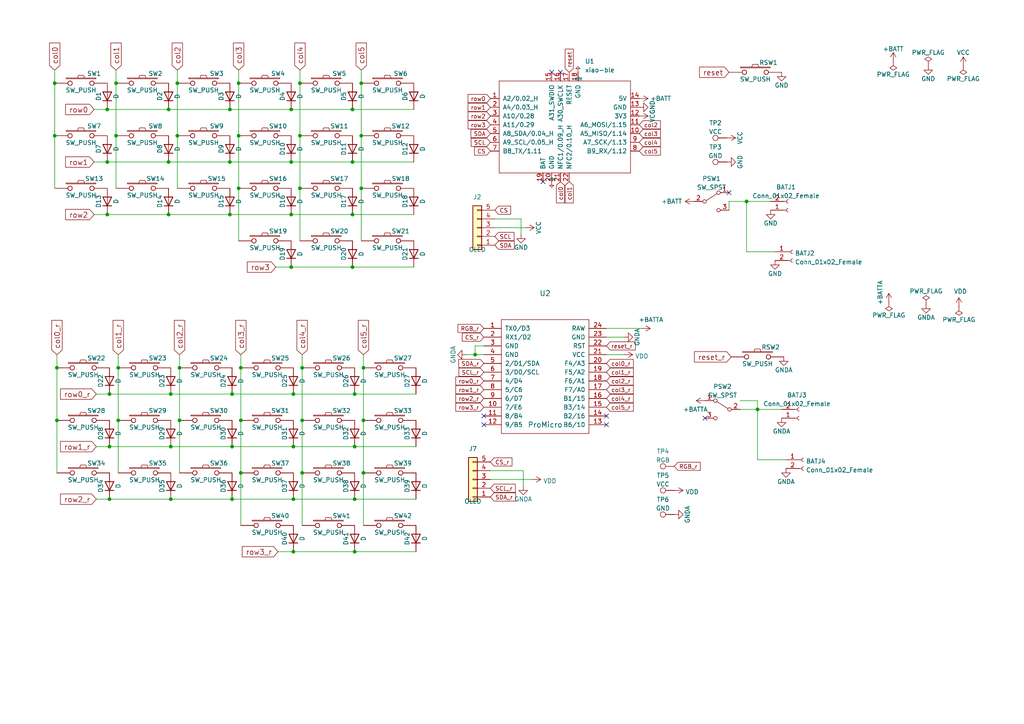
<source format=kicad_sch>
(kicad_sch (version 20211123) (generator eeschema)
  (paper "A4")
  (title_block (title "Corne Light") (date "2020-10-13") (rev "2.0") (company "foostan"))
  (lib_symbols
    (symbol "+BATT_2" (power) (pin_names (offset 0))
      (property "Value" "+BATT_2" (at -10.795 0 90))
      (symbol "+BATT_2_1_1"
        (pin power_in line (at 0 0 90) (length 0) hide (name "+BATTA") (number "1"))
      )
    )
    (symbol "Connector:Conn_01x02_Female" (pin_names (offset 1.016) hide)
      (property "Reference" "J" (at 0 2.54 0))
      (property "Value" "Conn_01x02_Female" (at 0 -5.08 0))
      (symbol "Conn_01x02_Female_1_1"
        (pin passive line (at -5.08 0 0) (length 3.81) (name "Pin_1") (number "1"))
        (pin passive line (at -5.08 -2.54 0) (length 3.81) (name "Pin_2") (number "2"))
      )
    )
    (symbol "Connector:TestPoint" (pin_numbers hide) (pin_names (offset 0.762) hide)
      (property "Reference" "TP" (at 0 6.858 0))
      (property "Value" "TestPoint" (at 0 5.08 0))
      (symbol "TestPoint_1_1"
        (pin passive line (at 0 0 90) (length 2.54) (name "1") (number "1"))
      )
    )
    (symbol "Connector_Generic:Conn_01x05" (pin_names (offset 1.016) hide)
      (property "Reference" "J" (at 0 7.62 0))
      (property "Value" "Conn_01x05" (at 0 -7.62 0))
      (symbol "Conn_01x05_1_1"
        (pin passive line (at -5.08 5.08 0) (length 3.81) (name "Pin_1") (number "1"))
        (pin passive line (at -5.08 2.54 0) (length 3.81) (name "Pin_2") (number "2"))
        (pin passive line (at -5.08 0 0) (length 3.81) (name "Pin_3") (number "3"))
        (pin passive line (at -5.08 -2.54 0) (length 3.81) (name "Pin_4") (number "4"))
        (pin passive line (at -5.08 -5.08 0) (length 3.81) (name "Pin_5") (number "5"))
      )
    )
    (symbol "Device:D" (pin_numbers hide) (pin_names (offset 1.016) hide)
      (property "Reference" "D" (at 0 2.54 0))
      (property "Value" "D" (at 0 -2.54 0))
      (symbol "D_1_1"
        (pin passive line (at -3.81 0 0) (length 2.54) (name "K") (number "1"))
        (pin passive line (at 3.81 0 180) (length 2.54) (name "A") (number "2"))
      )
    )
    (symbol "Switch:SW_SPDT" (pin_names (offset 0) hide)
      (property "Reference" "SW" (at 0 4.318 0))
      (property "Value" "SW_SPDT" (at 0 -5.08 0))
      (symbol "SW_SPDT_1_1"
        (pin passive line (at 5.08 2.54 180) (length 2.54) (name "A") (number "1"))
        (pin passive line (at -5.08 0 0) (length 2.54) (name "B") (number "2"))
        (pin passive line (at 5.08 -2.54 180) (length 2.54) (name "C") (number "3"))
      )
    )
    (symbol "kbd:ProMicro" (pin_names (offset 1.016))
      (property "Reference" "U" (at 0 19.05 0))
      (property "Value" "ProMicro" (at 0 -19.05 0))
      (symbol "ProMicro_1_1"
        (pin bidirectional line (at -17.78 13.97 0) (length 5.08) (name "TX0/D3") (number "1"))
        (pin bidirectional line (at -17.78 -8.89 0) (length 5.08) (name "7/E6") (number "10"))
        (pin bidirectional line (at -17.78 -11.43 0) (length 5.08) (name "8/B4") (number "11"))
        (pin bidirectional line (at -17.78 -13.97 0) (length 5.08) (name "9/B5") (number "12"))
        (pin bidirectional line (at 17.78 -13.97 180) (length 5.08) (name "B6/10") (number "13"))
        (pin bidirectional line (at 17.78 -11.43 180) (length 5.08) (name "B2/16") (number "14"))
        (pin bidirectional line (at 17.78 -8.89 180) (length 5.08) (name "B3/14") (number "15"))
        (pin bidirectional line (at 17.78 -6.35 180) (length 5.08) (name "B1/15") (number "16"))
        (pin bidirectional line (at 17.78 -3.81 180) (length 5.08) (name "F7/A0") (number "17"))
        (pin bidirectional line (at 17.78 -1.27 180) (length 5.08) (name "F6/A1") (number "18"))
        (pin bidirectional line (at 17.78 1.27 180) (length 5.08) (name "F5/A2") (number "19"))
        (pin bidirectional line (at -17.78 11.43 0) (length 5.08) (name "RX1/D2") (number "2"))
        (pin bidirectional line (at 17.78 3.81 180) (length 5.08) (name "F4/A3") (number "20"))
        (pin power_in line (at 17.78 6.35 180) (length 5.08) (name "VCC") (number "21"))
        (pin input line (at 17.78 8.89 180) (length 5.08) (name "RST") (number "22"))
        (pin power_in line (at 17.78 11.43 180) (length 5.08) (name "GND") (number "23"))
        (pin power_out line (at 17.78 13.97 180) (length 5.08) (name "RAW") (number "24"))
        (pin power_in line (at -17.78 8.89 0) (length 5.08) (name "GND") (number "3"))
        (pin power_in line (at -17.78 6.35 0) (length 5.08) (name "GND") (number "4"))
        (pin bidirectional line (at -17.78 3.81 0) (length 5.08) (name "2/D1/SDA") (number "5"))
        (pin bidirectional line (at -17.78 1.27 0) (length 5.08) (name "3/D0/SCL") (number "6"))
        (pin bidirectional line (at -17.78 -1.27 0) (length 5.08) (name "4/D4") (number "7"))
        (pin bidirectional line (at -17.78 -3.81 0) (length 5.08) (name "5/C6") (number "8"))
        (pin bidirectional line (at -17.78 -6.35 0) (length 5.08) (name "6/D7") (number "9"))
      )
    )
    (symbol "kbd:SW_PUSH" (pin_numbers hide) (pin_names (offset 1.016) hide)
      (property "Reference" "SW" (at 3.81 2.794 0))
      (property "Value" "SW_PUSH" (at 0 -2.032 0))
      (symbol "SW_PUSH_0_1"
        (pin passive inverted (at -7.62 0 0) (length 5.08) (name "1") (number "1"))
        (pin passive inverted (at 7.62 0 180) (length 5.08) (name "2") (number "2"))
      )
    )
    (symbol "keyboard_parts:GND" (power) (pin_names (offset 0))
      (property "Value" "GND" (at 0 -2.54 0))
      (symbol "GND_0_0"
        (pin power_in line (at 0 0 90) (length 0) hide (name "+5V") (number "1"))
      )
    )
    (symbol "kleeb-mcu:xiao-ble" (pin_names (offset 1.016))
      (property "Reference" "U" (at -17.78 16.51 0))
      (property "Value" "xiao-ble" (at -15.24 13.97 0))
      (symbol "xiao-ble_1_1"
        (pin bidirectional line (at -21.59 7.62 0) (length 2.54) (name "A2/0.02_H") (number "1"))
        (pin bidirectional line (at 21.59 -2.54 180) (length 2.54) (name "A5_MISO/1.14") (number "10"))
        (pin bidirectional line (at 21.59 0 180) (length 2.54) (name "A6_MOSI/1.15") (number "11"))
        (pin power_out line (at 21.59 2.54 180) (length 2.54) (name "3V3") (number "12"))
        (pin power_out line (at 21.59 5.08 180) (length 2.54) (name "GND") (number "13"))
        (pin power_out line (at 21.59 7.62 180) (length 2.54) (name "5V") (number "14"))
        (pin input line (at -3.81 15.24 270) (length 2.54) (name "A31_SWDIO") (number "15"))
        (pin input line (at -1.27 15.24 270) (length 2.54) (name "A30_SWCLK") (number "16"))
        (pin input line (at 1.27 15.24 270) (length 2.54) (name "RESET") (number "17"))
        (pin power_out line (at 3.81 15.24 270) (length 2.54) (name "GND") (number "18"))
        (pin bidirectional line (at -6.35 -16.51 90) (length 2.54) (name "BAT") (number "19"))
        (pin bidirectional line (at -21.59 5.08 0) (length 2.54) (name "A4/0.03_H") (number "2"))
        (pin power_out line (at -3.81 -16.51 90) (length 2.54) (name "GND") (number "20"))
        (pin bidirectional line (at -1.27 -16.51 90) (length 2.54) (name "NFC1/0.09_H") (number "21"))
        (pin bidirectional line (at 1.27 -16.51 90) (length 2.54) (name "NFC2/0.10_H") (number "22"))
        (pin bidirectional line (at -21.59 2.54 0) (length 2.54) (name "A10/0.28") (number "3"))
        (pin bidirectional line (at -21.59 0 0) (length 2.54) (name "A11/0.29") (number "4"))
        (pin bidirectional line (at -21.59 -2.54 0) (length 2.54) (name "A8_SDA/0.04_H") (number "5"))
        (pin bidirectional line (at -21.59 -5.08 0) (length 2.54) (name "A9_SCL/0.05_H") (number "6"))
        (pin bidirectional line (at -21.59 -7.62 0) (length 2.54) (name "B8_TX/1.11") (number "7"))
        (pin bidirectional line (at 21.59 -7.62 180) (length 2.54) (name "B9_RX/1.12") (number "8"))
        (pin bidirectional line (at 21.59 -5.08 180) (length 2.54) (name "A7_SCK/1.13") (number "9"))
      )
    )
    (symbol "power:+BATT" (power) (pin_names (offset 0))
      (property "Value" "+BATT" (at 0 3.556 0))
      (symbol "+BATT_1_1"
        (pin power_in line (at 0 0 90) (length 0) hide (name "+BATT") (number "1"))
      )
    )
    (symbol "power:GND" (power) (pin_names (offset 0))
      (property "Value" "GND" (at 0 -3.81 0))
      (symbol "GND_1_1"
        (pin power_in line (at 0 0 270) (length 0) hide (name "GND") (number "1"))
      )
    )
    (symbol "power:GNDA" (power) (pin_names (offset 0))
      (property "Value" "GNDA" (at 0 -3.81 0))
      (symbol "GNDA_1_1"
        (pin power_in line (at 0 0 270) (length 0) hide (name "GNDA") (number "1"))
      )
    )
    (symbol "power:PWR_FLAG" (power) (pin_numbers hide) (pin_names (offset 0) hide)
      (property "Value" "PWR_FLAG" (at 0 3.81 0))
      (symbol "PWR_FLAG_0_0"
        (pin power_out line (at 0 0 90) (length 0) (name "pwr") (number "1"))
      )
    )
    (symbol "power:VCC" (power) (pin_names (offset 0))
      (property "Value" "VCC" (at 0 3.81 0))
      (symbol "VCC_1_1"
        (pin power_in line (at 0 0 90) (length 0) hide (name "VCC") (number "1"))
      )
    )
    (symbol "power:VDD" (power) (pin_names (offset 0))
      (property "Value" "VDD" (at 0 3.81 0))
      (symbol "VDD_1_1"
        (pin power_in line (at 0 0 90) (length 0) hide (name "VDD") (number "1"))
      )
    )
  )
  (junction (at 86.995 39.37))
  (junction (at 87.63 121.92))
  (junction (at 66.675 46.99))
  (junction (at 31.115 62.23))
  (junction (at 52.07 121.92))
  (junction (at 49.53 114.3))
  (junction (at 31.75 129.54))
  (junction (at 219.71 118.745))
  (junction (at 49.53 144.78))
  (junction (at 137.795 102.87))
  (junction (at 105.41 137.16))
  (junction (at 102.235 31.75))
  (junction (at 51.435 24.13))
  (junction (at 48.895 62.23))
  (junction (at 67.31 114.3))
  (junction (at 85.09 160.02))
  (junction (at 48.895 31.75))
  (junction (at 66.675 31.75))
  (junction (at 31.115 31.75))
  (junction (at 86.995 24.13))
  (junction (at 33.655 24.13))
  (junction (at 87.63 106.68))
  (junction (at 33.655 39.37))
  (junction (at 87.63 137.16))
  (junction (at 105.41 121.92))
  (junction (at 102.235 46.99))
  (junction (at 102.87 144.78))
  (junction (at 102.87 160.02))
  (junction (at 31.115 46.99))
  (junction (at 104.775 54.61))
  (junction (at 85.09 114.3))
  (junction (at 67.31 129.54))
  (junction (at 84.455 31.75))
  (junction (at 84.455 77.47))
  (junction (at 34.29 106.68))
  (junction (at 84.455 62.23))
  (junction (at 102.87 114.3))
  (junction (at 66.675 62.23))
  (junction (at 69.85 121.92))
  (junction (at 69.215 54.61))
  (junction (at 31.75 114.3))
  (junction (at 102.235 62.23))
  (junction (at 69.215 39.37))
  (junction (at 102.235 77.47))
  (junction (at 15.875 39.37))
  (junction (at 34.29 121.92))
  (junction (at 67.31 144.78))
  (junction (at 102.87 129.54))
  (junction (at 51.435 39.37))
  (junction (at 49.53 129.54))
  (junction (at 86.995 54.61))
  (junction (at 69.85 137.16))
  (junction (at 15.875 24.13))
  (junction (at 216.535 58.42))
  (junction (at 105.41 106.68))
  (junction (at 52.07 106.68))
  (junction (at 16.51 106.68))
  (junction (at 31.75 144.78))
  (junction (at 84.455 46.99))
  (junction (at 85.09 144.78))
  (junction (at 104.775 39.37))
  (junction (at 69.85 106.68))
  (junction (at 16.51 121.92))
  (junction (at 85.09 129.54))
  (junction (at 104.775 24.13))
  (junction (at 69.215 24.13))
  (junction (at 48.895 46.99))
  (no_connect (at 211.455 55.88))
  (no_connect (at 160.02 20.955))
  (no_connect (at 157.48 52.705))
  (no_connect (at 140.335 123.19))
  (no_connect (at 175.895 123.19))
  (no_connect (at 162.56 20.955))
  (no_connect (at 140.335 120.65))
  (no_connect (at 204.47 121.285))
  (no_connect (at 175.895 120.65))
  (wire (pts (xy 104.775 54.61) (xy 104.775 69.85)))
  (wire (pts (xy 104.775 24.13) (xy 104.775 39.37)))
  (wire (pts (xy 15.875 20.32) (xy 15.875 24.13)))
  (wire (pts (xy 34.29 106.68) (xy 34.29 121.92)))
  (wire (pts (xy 27.94 129.54) (xy 31.75 129.54)))
  (wire (pts (xy 86.995 20.32) (xy 86.995 24.13)))
  (wire (pts (xy 34.29 102.87) (xy 34.29 106.68)))
  (wire (pts (xy 175.895 102.87) (xy 180.975 102.87)))
  (wire (pts (xy 69.215 54.61) (xy 69.215 69.85)))
  (wire (pts (xy 219.71 118.745) (xy 226.695 118.745)))
  (wire (pts (xy 142.24 139.065) (xy 154.305 139.065)))
  (wire (pts (xy 105.41 106.68) (xy 105.41 121.92)))
  (wire (pts (xy 49.53 129.54) (xy 67.31 129.54)))
  (wire (pts (xy 66.675 31.75) (xy 84.455 31.75)))
  (wire (pts (xy 102.87 144.78) (xy 120.65 144.78)))
  (wire (pts (xy 31.75 129.54) (xy 49.53 129.54)))
  (wire (pts (xy 48.895 46.99) (xy 66.675 46.99)))
  (wire (pts (xy 27.305 46.99) (xy 31.115 46.99)))
  (wire (pts (xy 105.41 137.16) (xy 105.41 152.4)))
  (wire (pts (xy 16.51 121.92) (xy 16.51 137.16)))
  (wire (pts (xy 31.115 62.23) (xy 48.895 62.23)))
  (wire (pts (xy 216.535 58.42) (xy 216.535 73.025)))
  (wire (pts (xy 219.71 116.205) (xy 219.71 118.745)))
  (wire (pts (xy 102.235 62.23) (xy 120.015 62.23)))
  (wire (pts (xy 87.63 102.87) (xy 87.63 106.68)))
  (wire (pts (xy 227.965 133.35) (xy 219.71 133.35)))
  (wire (pts (xy 84.455 46.99) (xy 102.235 46.99)))
  (wire (pts (xy 16.51 102.87) (xy 16.51 106.68)))
  (wire (pts (xy 84.455 77.47) (xy 102.235 77.47)))
  (wire (pts (xy 31.75 144.78) (xy 49.53 144.78)))
  (wire (pts (xy 84.455 31.75) (xy 102.235 31.75)))
  (wire (pts (xy 137.795 102.87) (xy 140.335 102.87)))
  (wire (pts (xy 52.07 106.68) (xy 52.07 121.92)))
  (wire (pts (xy 33.655 24.13) (xy 33.655 39.37)))
  (wire (pts (xy 102.87 129.54) (xy 120.65 129.54)))
  (wire (pts (xy 151.765 136.525) (xy 151.765 140.97)))
  (wire (pts (xy 69.215 20.32) (xy 69.215 24.13)))
  (wire (pts (xy 85.09 160.02) (xy 102.87 160.02)))
  (wire (pts (xy 211.455 58.42) (xy 211.455 60.96)))
  (wire (pts (xy 175.895 95.25) (xy 186.055 95.25)))
  (wire (pts (xy 175.895 97.79) (xy 180.975 97.79)))
  (wire (pts (xy 216.535 73.025) (xy 224.79 73.025)))
  (wire (pts (xy 137.795 100.33) (xy 137.795 102.87)))
  (wire (pts (xy 85.09 144.78) (xy 102.87 144.78)))
  (wire (pts (xy 151.13 67.945) (xy 151.13 63.5)))
  (wire (pts (xy 105.41 102.87) (xy 105.41 106.68)))
  (wire (pts (xy 66.675 62.23) (xy 84.455 62.23)))
  (wire (pts (xy 52.07 102.87) (xy 52.07 106.68)))
  (wire (pts (xy 214.63 118.745) (xy 219.71 118.745)))
  (wire (pts (xy 33.655 20.32) (xy 33.655 24.13)))
  (wire (pts (xy 27.305 62.23) (xy 31.115 62.23)))
  (wire (pts (xy 211.455 58.42) (xy 216.535 58.42)))
  (wire (pts (xy 142.24 136.525) (xy 151.765 136.525)))
  (wire (pts (xy 67.31 144.78) (xy 85.09 144.78)))
  (wire (pts (xy 51.435 24.13) (xy 51.435 39.37)))
  (wire (pts (xy 31.115 31.75) (xy 48.895 31.75)))
  (wire (pts (xy 102.235 77.47) (xy 120.015 77.47)))
  (wire (pts (xy 219.71 133.35) (xy 219.71 118.745)))
  (wire (pts (xy 67.31 114.3) (xy 85.09 114.3)))
  (wire (pts (xy 104.775 39.37) (xy 104.775 54.61)))
  (wire (pts (xy 48.895 31.75) (xy 66.675 31.75)))
  (wire (pts (xy 51.435 20.32) (xy 51.435 24.13)))
  (wire (pts (xy 69.85 137.16) (xy 69.85 152.4)))
  (wire (pts (xy 216.535 58.42) (xy 223.52 58.42)))
  (wire (pts (xy 69.215 24.13) (xy 69.215 39.37)))
  (wire (pts (xy 140.335 100.33) (xy 137.795 100.33)))
  (wire (pts (xy 102.87 114.3) (xy 120.65 114.3)))
  (wire (pts (xy 34.29 121.92) (xy 34.29 137.16)))
  (wire (pts (xy 49.53 114.3) (xy 67.31 114.3)))
  (wire (pts (xy 105.41 121.92) (xy 105.41 137.16)))
  (wire (pts (xy 15.875 39.37) (xy 15.875 54.61)))
  (wire (pts (xy 49.53 144.78) (xy 67.31 144.78)))
  (wire (pts (xy 66.675 46.99) (xy 84.455 46.99)))
  (wire (pts (xy 15.875 24.13) (xy 15.875 39.37)))
  (wire (pts (xy 84.455 62.23) (xy 102.235 62.23)))
  (wire (pts (xy 51.435 39.37) (xy 51.435 54.61)))
  (wire (pts (xy 102.87 160.02) (xy 120.65 160.02)))
  (wire (pts (xy 135.255 102.87) (xy 137.795 102.87)))
  (wire (pts (xy 87.63 137.16) (xy 87.63 152.4)))
  (wire (pts (xy 80.01 77.47) (xy 84.455 77.47)))
  (wire (pts (xy 85.09 129.54) (xy 102.87 129.54)))
  (wire (pts (xy 86.995 24.13) (xy 86.995 39.37)))
  (wire (pts (xy 104.775 20.32) (xy 104.775 24.13)))
  (wire (pts (xy 27.305 31.75) (xy 31.115 31.75)))
  (wire (pts (xy 86.995 39.37) (xy 86.995 54.61)))
  (wire (pts (xy 31.75 114.3) (xy 49.53 114.3)))
  (wire (pts (xy 143.51 66.04) (xy 152.4 66.04)))
  (wire (pts (xy 69.85 106.68) (xy 69.85 121.92)))
  (wire (pts (xy 102.235 46.99) (xy 120.015 46.99)))
  (wire (pts (xy 27.94 144.78) (xy 31.75 144.78)))
  (wire (pts (xy 27.94 114.3) (xy 31.75 114.3)))
  (wire (pts (xy 87.63 106.68) (xy 87.63 121.92)))
  (wire (pts (xy 80.645 160.02) (xy 85.09 160.02)))
  (wire (pts (xy 69.85 102.87) (xy 69.85 106.68)))
  (wire (pts (xy 102.235 31.75) (xy 120.015 31.75)))
  (wire (pts (xy 151.13 63.5) (xy 143.51 63.5)))
  (wire (pts (xy 48.895 62.23) (xy 66.675 62.23)))
  (wire (pts (xy 214.63 116.205) (xy 219.71 116.205)))
  (wire (pts (xy 85.09 114.3) (xy 102.87 114.3)))
  (wire (pts (xy 16.51 106.68) (xy 16.51 121.92)))
  (wire (pts (xy 69.215 39.37) (xy 69.215 54.61)))
  (wire (pts (xy 31.115 46.99) (xy 48.895 46.99)))
  (wire (pts (xy 52.07 121.92) (xy 52.07 137.16)))
  (wire (pts (xy 33.655 39.37) (xy 33.655 54.61)))
  (wire (pts (xy 86.995 54.61) (xy 86.995 69.85)))
  (wire (pts (xy 69.85 121.92) (xy 69.85 137.16)))
  (wire (pts (xy 87.63 121.92) (xy 87.63 137.16)))
  (wire (pts (xy 67.31 129.54) (xy 85.09 129.54)))
  (global_label "col2_r" (shape input) (at 175.895 110.49 0) (effects (font (size 1.1938 1.1938))) (property "Intersheet References" "${INTERSHEET_REFS}" (effects hide)))
  (global_label "CS" (shape input) (at 143.51 60.96 0) (effects (font (size 1.1938 1.1938))) (property "Intersheet References" "${INTERSHEET_REFS}" (effects hide)))
  (global_label "col3" (shape input) (at 69.215 20.32 90) (effects (font (size 1.524 1.524))) (property "Intersheet References" "${INTERSHEET_REFS}" (effects hide)))
  (global_label "col2_r" (shape input) (at 52.07 102.87 90) (effects (font (size 1.524 1.524))) (property "Intersheet References" "${INTERSHEET_REFS}" (effects hide)))
  (global_label "row2" (shape input) (at 142.24 33.655 180) (effects (font (size 1.1938 1.1938))) (property "Intersheet References" "${INTERSHEET_REFS}" (effects hide)))
  (global_label "SCL" (shape input) (at 143.51 68.58 0) (effects (font (size 1.1938 1.1938))) (property "Intersheet References" "${INTERSHEET_REFS}" (effects hide)))
  (global_label "row0" (shape input) (at 27.305 31.75 180) (effects (font (size 1.524 1.524))) (property "Intersheet References" "${INTERSHEET_REFS}" (effects hide)))
  (global_label "reset" (shape input) (at 211.455 20.955 180) (effects (font (size 1.524 1.524))) (property "Intersheet References" "${INTERSHEET_REFS}" (effects hide)))
  (global_label "reset_r" (shape input) (at 175.895 100.33 0) (effects (font (size 1.1938 1.1938))) (property "Intersheet References" "${INTERSHEET_REFS}" (effects hide)))
  (global_label "col0" (shape input) (at 162.56 52.705 270) (effects (font (size 1.1938 1.1938))) (property "Intersheet References" "${INTERSHEET_REFS}" (effects hide)))
  (global_label "col3_r" (shape input) (at 69.85 102.87 90) (effects (font (size 1.524 1.524))) (property "Intersheet References" "${INTERSHEET_REFS}" (effects hide)))
  (global_label "row3_r" (shape input) (at 140.335 118.11 180) (effects (font (size 1.1938 1.1938))) (property "Intersheet References" "${INTERSHEET_REFS}" (effects hide)))
  (global_label "row3" (shape input) (at 80.01 77.47 180) (effects (font (size 1.524 1.524))) (property "Intersheet References" "${INTERSHEET_REFS}" (effects hide)))
  (global_label "col2" (shape input) (at 185.42 36.195 0) (effects (font (size 1.1938 1.1938))) (property "Intersheet References" "${INTERSHEET_REFS}" (effects hide)))
  (global_label "SCL_r" (shape input) (at 140.335 107.95 180) (effects (font (size 1.1938 1.1938))) (property "Intersheet References" "${INTERSHEET_REFS}" (effects hide)))
  (global_label "row1_r" (shape input) (at 27.94 129.54 180) (effects (font (size 1.524 1.524))) (property "Intersheet References" "${INTERSHEET_REFS}" (effects hide)))
  (global_label "col2" (shape input) (at 51.435 20.32 90) (effects (font (size 1.524 1.524))) (property "Intersheet References" "${INTERSHEET_REFS}" (effects hide)))
  (global_label "col1_r" (shape input) (at 175.895 107.95 0) (effects (font (size 1.1938 1.1938))) (property "Intersheet References" "${INTERSHEET_REFS}" (effects hide)))
  (global_label "col4" (shape input) (at 185.42 41.275 0) (effects (font (size 1.1938 1.1938))) (property "Intersheet References" "${INTERSHEET_REFS}" (effects hide)))
  (global_label "reset_r" (shape input) (at 212.09 103.505 180) (effects (font (size 1.524 1.524))) (property "Intersheet References" "${INTERSHEET_REFS}" (effects hide)))
  (global_label "SDA" (shape input) (at 142.24 38.735 180) (effects (font (size 1.1938 1.1938))) (property "Intersheet References" "${INTERSHEET_REFS}" (effects hide)))
  (global_label "CS" (shape input) (at 142.24 43.815 180) (effects (font (size 1.1938 1.1938))) (property "Intersheet References" "${INTERSHEET_REFS}" (effects hide)))
  (global_label "SDA" (shape input) (at 143.51 71.12 0) (effects (font (size 1.1938 1.1938))) (property "Intersheet References" "${INTERSHEET_REFS}" (effects hide)))
  (global_label "col0" (shape input) (at 15.875 20.32 90) (effects (font (size 1.524 1.524))) (property "Intersheet References" "${INTERSHEET_REFS}" (effects hide)))
  (global_label "row3" (shape input) (at 142.24 36.195 180) (effects (font (size 1.1938 1.1938))) (property "Intersheet References" "${INTERSHEET_REFS}" (effects hide)))
  (global_label "row2_r" (shape input) (at 27.94 144.78 180) (effects (font (size 1.524 1.524))) (property "Intersheet References" "${INTERSHEET_REFS}" (effects hide)))
  (global_label "CS_r" (shape input) (at 142.24 133.985 0) (effects (font (size 1.1938 1.1938))) (property "Intersheet References" "${INTERSHEET_REFS}" (effects hide)))
  (global_label "col3_r" (shape input) (at 175.895 113.03 0) (effects (font (size 1.1938 1.1938))) (property "Intersheet References" "${INTERSHEET_REFS}" (effects hide)))
  (global_label "col5_r" (shape input) (at 175.895 118.11 0) (effects (font (size 1.1938 1.1938))) (property "Intersheet References" "${INTERSHEET_REFS}" (effects hide)))
  (global_label "row0_r" (shape input) (at 27.94 114.3 180) (effects (font (size 1.524 1.524))) (property "Intersheet References" "${INTERSHEET_REFS}" (effects hide)))
  (global_label "col4" (shape input) (at 86.995 20.32 90) (effects (font (size 1.524 1.524))) (property "Intersheet References" "${INTERSHEET_REFS}" (effects hide)))
  (global_label "row2" (shape input) (at 27.305 62.23 180) (effects (font (size 1.524 1.524))) (property "Intersheet References" "${INTERSHEET_REFS}" (effects hide)))
  (global_label "CS_r" (shape input) (at 140.335 97.79 180) (effects (font (size 1.1938 1.1938))) (property "Intersheet References" "${INTERSHEET_REFS}" (effects hide)))
  (global_label "SDA_r" (shape input) (at 140.335 105.41 180) (effects (font (size 1.1938 1.1938))) (property "Intersheet References" "${INTERSHEET_REFS}" (effects hide)))
  (global_label "col1" (shape input) (at 33.655 20.32 90) (effects (font (size 1.524 1.524))) (property "Intersheet References" "${INTERSHEET_REFS}" (effects hide)))
  (global_label "SCL" (shape input) (at 142.24 41.275 180) (effects (font (size 1.1938 1.1938))) (property "Intersheet References" "${INTERSHEET_REFS}" (effects hide)))
  (global_label "col5" (shape input) (at 104.775 20.32 90) (effects (font (size 1.524 1.524))) (property "Intersheet References" "${INTERSHEET_REFS}" (effects hide)))
  (global_label "SDA_r" (shape input) (at 142.24 144.145 0) (effects (font (size 1.1938 1.1938))) (property "Intersheet References" "${INTERSHEET_REFS}" (effects hide)))
  (global_label "col1_r" (shape input) (at 34.29 102.87 90) (effects (font (size 1.524 1.524))) (property "Intersheet References" "${INTERSHEET_REFS}" (effects hide)))
  (global_label "row1_r" (shape input) (at 140.335 113.03 180) (effects (font (size 1.1938 1.1938))) (property "Intersheet References" "${INTERSHEET_REFS}" (effects hide)))
  (global_label "RGB_r" (shape input) (at 195.58 135.255 0) (effects (font (size 1.1938 1.1938))) (property "Intersheet References" "${INTERSHEET_REFS}" (effects hide)))
  (global_label "col0_r" (shape input) (at 16.51 102.87 90) (effects (font (size 1.524 1.524))) (property "Intersheet References" "${INTERSHEET_REFS}" (effects hide)))
  (global_label "col1" (shape input) (at 165.1 52.705 270) (effects (font (size 1.1938 1.1938))) (property "Intersheet References" "${INTERSHEET_REFS}" (effects hide)))
  (global_label "col5" (shape input) (at 185.42 43.815 0) (effects (font (size 1.1938 1.1938))) (property "Intersheet References" "${INTERSHEET_REFS}" (effects hide)))
  (global_label "row3_r" (shape input) (at 80.645 160.02 180) (effects (font (size 1.524 1.524))) (property "Intersheet References" "${INTERSHEET_REFS}" (effects hide)))
  (global_label "col3" (shape input) (at 185.42 38.735 0) (effects (font (size 1.1938 1.1938))) (property "Intersheet References" "${INTERSHEET_REFS}" (effects hide)))
  (global_label "row1" (shape input) (at 142.24 31.115 180) (effects (font (size 1.1938 1.1938))) (property "Intersheet References" "${INTERSHEET_REFS}" (effects hide)))
  (global_label "reset" (shape input) (at 165.1 20.955 90) (effects (font (size 1.1938 1.1938))) (property "Intersheet References" "${INTERSHEET_REFS}" (effects hide)))
  (global_label "col4_r" (shape input) (at 175.895 115.57 0) (effects (font (size 1.1938 1.1938))) (property "Intersheet References" "${INTERSHEET_REFS}" (effects hide)))
  (global_label "col4_r" (shape input) (at 87.63 102.87 90) (effects (font (size 1.524 1.524))) (property "Intersheet References" "${INTERSHEET_REFS}" (effects hide)))
  (global_label "row0_r" (shape input) (at 140.335 110.49 180) (effects (font (size 1.1938 1.1938))) (property "Intersheet References" "${INTERSHEET_REFS}" (effects hide)))
  (global_label "SCL_r" (shape input) (at 142.24 141.605 0) (effects (font (size 1.1938 1.1938))) (property "Intersheet References" "${INTERSHEET_REFS}" (effects hide)))
  (global_label "col0_r" (shape input) (at 175.895 105.41 0) (effects (font (size 1.1938 1.1938))) (property "Intersheet References" "${INTERSHEET_REFS}" (effects hide)))
  (global_label "RGB_r" (shape input) (at 140.335 95.25 180) (effects (font (size 1.1938 1.1938))) (property "Intersheet References" "${INTERSHEET_REFS}" (effects hide)))
  (global_label "row0" (shape input) (at 142.24 28.575 180) (effects (font (size 1.1938 1.1938))) (property "Intersheet References" "${INTERSHEET_REFS}" (effects hide)))
  (global_label "col5_r" (shape input) (at 105.41 102.87 90) (effects (font (size 1.524 1.524))) (property "Intersheet References" "${INTERSHEET_REFS}" (effects hide)))
  (global_label "row1" (shape input) (at 27.305 46.99 180) (effects (font (size 1.524 1.524))) (property "Intersheet References" "${INTERSHEET_REFS}" (effects hide)))
  (global_label "row2_r" (shape input) (at 140.335 115.57 180) (effects (font (size 1.1938 1.1938))) (property "Intersheet References" "${INTERSHEET_REFS}" (effects hide)))
  (symbol (lib_id "kbd:SW_PUSH") (at 41.275 24.13 0) (unit 1)
    (property "Reference" "SW2" (at 45.085 21.336 0))
    (property "Value" "SW_PUSH" (at 41.275 26.162 0))
    (property "Footprint" "kbd:CherryMX_Choc_Hotswap_BACKONLY" (effects hide))
  )
  (symbol (lib_id "Device:D") (at 48.895 27.94 90) (unit 1)
    (property "Reference" "D2" (at 46.355 27.94 0))
    (property "Value" "D" (at 51.435 27.94 0))
    (property "Footprint" "kbd:D3_TH_SMD_v2" (effects hide))
  )
  (symbol (lib_id "kbd:SW_PUSH") (at 59.055 24.13 0) (unit 1)
    (property "Reference" "SW3" (at 62.865 21.336 0))
    (property "Value" "SW_PUSH" (at 59.055 26.162 0))
    (property "Footprint" "kbd:CherryMX_Choc_Hotswap_BACKONLY" (effects hide))
  )
  (symbol (lib_id "Device:D") (at 66.675 27.94 90) (unit 1)
    (property "Reference" "D3" (at 64.135 27.94 0))
    (property "Value" "D" (at 69.215 27.94 0))
    (property "Footprint" "kbd:D3_TH_SMD_v2" (effects hide))
  )
  (symbol (lib_id "kbd:SW_PUSH") (at 76.835 24.13 0) (unit 1)
    (property "Reference" "SW4" (at 80.645 21.336 0))
    (property "Value" "SW_PUSH" (at 76.835 26.162 0))
    (property "Footprint" "kbd:CherryMX_Choc_Hotswap_BACKONLY" (effects hide))
  )
  (symbol (lib_id "kbd:SW_PUSH") (at 94.615 24.13 0) (unit 1)
    (property "Reference" "SW5" (at 98.425 21.336 0))
    (property "Value" "SW_PUSH" (at 94.615 26.162 0))
    (property "Footprint" "kbd:CherryMX_Choc_Hotswap_BACKONLY" (effects hide))
  )
  (symbol (lib_id "kbd:SW_PUSH") (at 112.395 24.13 0) (unit 1)
    (property "Reference" "SW6" (at 116.205 21.336 0))
    (property "Value" "SW_PUSH" (at 112.395 26.162 0))
    (property "Footprint" "kbd:CherryMX_Choc_Hotswap_BACKONLY" (effects hide))
  )
  (symbol (lib_id "Device:D") (at 84.455 27.94 90) (unit 1)
    (property "Reference" "D4" (at 81.915 27.94 0))
    (property "Value" "D" (at 86.995 27.94 0))
    (property "Footprint" "kbd:D3_TH_SMD_v2" (effects hide))
  )
  (symbol (lib_id "Device:D") (at 102.235 27.94 90) (unit 1)
    (property "Reference" "D5" (at 99.695 27.94 0))
    (property "Value" "D" (at 104.775 27.94 0))
    (property "Footprint" "kbd:D3_TH_SMD_v2" (effects hide))
  )
  (symbol (lib_id "Device:D") (at 120.015 27.94 90) (unit 1)
    (property "Reference" "D6" (at 117.475 27.94 0))
    (property "Value" "D" (at 122.555 27.94 0))
    (property "Footprint" "kbd:D3_TH_SMD_v2" (effects hide))
  )
  (symbol (lib_id "kbd:SW_PUSH") (at 23.495 24.13 0) (unit 1)
    (property "Reference" "SW1" (at 27.305 21.336 0))
    (property "Value" "SW_PUSH" (at 23.495 26.162 0))
    (property "Footprint" "kbd:CherryMX_Choc_Hotswap_BACKONLY" (effects hide))
  )
  (symbol (lib_id "Device:D") (at 31.115 27.94 90) (unit 1)
    (property "Reference" "D1" (at 28.575 27.94 0))
    (property "Value" "D" (at 33.655 27.94 0))
    (property "Footprint" "kbd:D3_TH_SMD_v2" (effects hide))
  )
  (symbol (lib_id "kbd:SW_PUSH") (at 41.275 39.37 0) (unit 1)
    (property "Reference" "SW8" (at 45.085 36.576 0))
    (property "Value" "SW_PUSH" (at 41.275 41.402 0))
    (property "Footprint" "kbd:CherryMX_Choc_Hotswap_BACKONLY" (effects hide))
  )
  (symbol (lib_id "Device:D") (at 48.895 43.18 90) (unit 1)
    (property "Reference" "D8" (at 46.355 43.18 0))
    (property "Value" "D" (at 51.435 43.18 0))
    (property "Footprint" "kbd:D3_TH_SMD_v2" (effects hide))
  )
  (symbol (lib_id "kbd:SW_PUSH") (at 59.055 39.37 0) (unit 1)
    (property "Reference" "SW9" (at 62.865 36.576 0))
    (property "Value" "SW_PUSH" (at 59.055 41.402 0))
    (property "Footprint" "kbd:CherryMX_Choc_Hotswap_BACKONLY" (effects hide))
  )
  (symbol (lib_id "Device:D") (at 66.675 43.18 90) (unit 1)
    (property "Reference" "D9" (at 64.135 43.18 0))
    (property "Value" "D" (at 69.215 43.18 0))
    (property "Footprint" "kbd:D3_TH_SMD_v2" (effects hide))
  )
  (symbol (lib_id "kbd:SW_PUSH") (at 76.835 39.37 0) (unit 1)
    (property "Reference" "SW10" (at 80.645 36.576 0))
    (property "Value" "SW_PUSH" (at 76.835 41.402 0))
    (property "Footprint" "kbd:CherryMX_Choc_Hotswap_BACKONLY" (effects hide))
  )
  (symbol (lib_id "kbd:SW_PUSH") (at 94.615 39.37 0) (unit 1)
    (property "Reference" "SW11" (at 98.425 36.576 0))
    (property "Value" "SW_PUSH" (at 94.615 41.402 0))
    (property "Footprint" "kbd:CherryMX_Choc_Hotswap_BACKONLY" (effects hide))
  )
  (symbol (lib_id "kbd:SW_PUSH") (at 112.395 39.37 0) (unit 1)
    (property "Reference" "SW12" (at 116.205 36.576 0))
    (property "Value" "SW_PUSH" (at 112.395 41.402 0))
    (property "Footprint" "kbd:CherryMX_Choc_Hotswap_BACKONLY" (effects hide))
  )
  (symbol (lib_id "Device:D") (at 84.455 43.18 90) (unit 1)
    (property "Reference" "D10" (at 81.915 43.18 0))
    (property "Value" "D" (at 86.995 43.18 0))
    (property "Footprint" "kbd:D3_TH_SMD_v2" (effects hide))
  )
  (symbol (lib_id "Device:D") (at 102.235 43.18 90) (unit 1)
    (property "Reference" "D11" (at 99.695 43.18 0))
    (property "Value" "D" (at 104.775 43.18 0))
    (property "Footprint" "kbd:D3_TH_SMD_v2" (effects hide))
  )
  (symbol (lib_id "Device:D") (at 120.015 43.18 90) (unit 1)
    (property "Reference" "D12" (at 117.475 43.18 0))
    (property "Value" "D" (at 122.555 43.18 0))
    (property "Footprint" "kbd:D3_TH_SMD_v2" (effects hide))
  )
  (symbol (lib_id "kbd:SW_PUSH") (at 23.495 39.37 0) (unit 1)
    (property "Reference" "SW7" (at 27.305 36.576 0))
    (property "Value" "SW_PUSH" (at 23.495 41.402 0))
    (property "Footprint" "kbd:CherryMX_Choc_Hotswap_BACKONLY" (effects hide))
  )
  (symbol (lib_id "Device:D") (at 31.115 43.18 90) (unit 1)
    (property "Reference" "D7" (at 28.575 43.18 0))
    (property "Value" "D" (at 33.655 43.18 0))
    (property "Footprint" "kbd:D3_TH_SMD_v2" (effects hide))
  )
  (symbol (lib_id "kbd:SW_PUSH") (at 41.275 54.61 0) (unit 1)
    (property "Reference" "SW14" (at 45.085 51.816 0))
    (property "Value" "SW_PUSH" (at 41.275 56.642 0))
    (property "Footprint" "kbd:CherryMX_Choc_Hotswap_BACKONLY" (effects hide))
  )
  (symbol (lib_id "Device:D") (at 48.895 58.42 90) (unit 1)
    (property "Reference" "D14" (at 46.355 58.42 0))
    (property "Value" "D" (at 51.435 58.42 0))
    (property "Footprint" "kbd:D3_TH_SMD_v2" (effects hide))
  )
  (symbol (lib_id "kbd:SW_PUSH") (at 59.055 54.61 0) (unit 1)
    (property "Reference" "SW15" (at 62.865 51.816 0))
    (property "Value" "SW_PUSH" (at 59.055 56.642 0))
    (property "Footprint" "kbd:CherryMX_Choc_Hotswap_BACKONLY" (effects hide))
  )
  (symbol (lib_id "Device:D") (at 66.675 58.42 90) (unit 1)
    (property "Reference" "D15" (at 64.135 58.42 0))
    (property "Value" "D" (at 69.215 58.42 0))
    (property "Footprint" "kbd:D3_TH_SMD_v2" (effects hide))
  )
  (symbol (lib_id "kbd:SW_PUSH") (at 76.835 54.61 0) (unit 1)
    (property "Reference" "SW16" (at 80.645 51.816 0))
    (property "Value" "SW_PUSH" (at 76.835 56.642 0))
    (property "Footprint" "kbd:CherryMX_Choc_Hotswap_BACKONLY" (effects hide))
  )
  (symbol (lib_id "kbd:SW_PUSH") (at 94.615 54.61 0) (unit 1)
    (property "Reference" "SW17" (at 98.425 51.816 0))
    (property "Value" "SW_PUSH" (at 94.615 56.642 0))
    (property "Footprint" "kbd:CherryMX_Choc_Hotswap_BACKONLY" (effects hide))
  )
  (symbol (lib_id "kbd:SW_PUSH") (at 112.395 54.61 0) (unit 1)
    (property "Reference" "SW18" (at 116.205 51.816 0))
    (property "Value" "SW_PUSH" (at 112.395 56.642 0))
    (property "Footprint" "kbd:CherryMX_Choc_Hotswap_BACKONLY" (effects hide))
  )
  (symbol (lib_id "Device:D") (at 84.455 58.42 90) (unit 1)
    (property "Reference" "D16" (at 81.915 58.42 0))
    (property "Value" "D" (at 86.995 58.42 0))
    (property "Footprint" "kbd:D3_TH_SMD_v2" (effects hide))
  )
  (symbol (lib_id "Device:D") (at 102.235 58.42 90) (unit 1)
    (property "Reference" "D17" (at 99.695 58.42 0))
    (property "Value" "D" (at 104.775 58.42 0))
    (property "Footprint" "kbd:D3_TH_SMD_v2" (effects hide))
  )
  (symbol (lib_id "Device:D") (at 120.015 58.42 90) (unit 1)
    (property "Reference" "D18" (at 117.475 58.42 0))
    (property "Value" "D" (at 122.555 58.42 0))
    (property "Footprint" "kbd:D3_TH_SMD_v2" (effects hide))
  )
  (symbol (lib_id "kbd:SW_PUSH") (at 23.495 54.61 0) (unit 1)
    (property "Reference" "SW13" (at 27.305 51.816 0))
    (property "Value" "SW_PUSH" (at 23.495 56.642 0))
    (property "Footprint" "kbd:CherryMX_Choc_Hotswap_BACKONLY" (effects hide))
  )
  (symbol (lib_id "Device:D") (at 31.115 58.42 90) (unit 1)
    (property "Reference" "D13" (at 28.575 58.42 0))
    (property "Value" "D" (at 33.655 58.42 0))
    (property "Footprint" "kbd:D3_TH_SMD_v2" (effects hide))
  )
  (symbol (lib_id "kbd:SW_PUSH") (at 94.615 69.85 0) (unit 1)
    (property "Reference" "SW20" (at 98.425 67.056 0))
    (property "Value" "SW_PUSH" (at 94.615 71.882 0))
    (property "Footprint" "kbd:CherryMX_Choc_Hotswap_BACKONLY" (effects hide))
  )
  (symbol (lib_id "Device:D") (at 102.235 73.66 90) (unit 1)
    (property "Reference" "D20" (at 99.695 73.66 0))
    (property "Value" "D" (at 104.775 73.66 0))
    (property "Footprint" "kbd:D3_TH_SMD_v2" (effects hide))
  )
  (symbol (lib_id "kbd:SW_PUSH") (at 112.395 69.85 0) (unit 1)
    (property "Reference" "SW21" (at 116.205 67.056 0))
    (property "Value" "SW_PUSH" (at 112.395 71.882 0))
    (property "Footprint" "kbd:CherryMX_Choc_Hotswap_1.5u_BACKONLY" (effects hide))
  )
  (symbol (lib_id "Device:D") (at 120.015 73.66 90) (unit 1)
    (property "Reference" "D21" (at 117.475 73.66 0))
    (property "Value" "D" (at 122.555 73.66 0))
    (property "Footprint" "kbd:D3_TH_SMD_v2" (effects hide))
  )
  (symbol (lib_id "kbd:SW_PUSH") (at 76.835 69.85 0) (unit 1)
    (property "Reference" "SW19" (at 80.645 67.056 0))
    (property "Value" "SW_PUSH" (at 76.835 71.882 0))
    (property "Footprint" "kbd:CherryMX_Choc_Hotswap_BACKONLY" (effects hide))
  )
  (symbol (lib_id "Device:D") (at 84.455 73.66 90) (unit 1)
    (property "Reference" "D19" (at 81.915 73.66 0))
    (property "Value" "D" (at 86.995 73.66 0))
    (property "Footprint" "kbd:D3_TH_SMD_v2" (effects hide))
  )
  (symbol (lib_id "power:GND") (at 185.42 31.115 90) (unit 1)
    (property "Reference" "#PWR03" (effects hide))
    (property "Value" "GND" (at 189.23 31.115 0))
  )
  (symbol (lib_id "power:VCC") (at 185.42 33.655 270) (unit 1)
    (property "Reference" "#PWR05" (effects hide))
    (property "Value" "VCC" (at 189.23 33.655 0))
  )
  (symbol (lib_id "power:GND") (at 269.24 19.05 0) (unit 1)
    (property "Reference" "#PWR01" (effects hide))
    (property "Value" "GND" (at 269.24 22.86 0))
  )
  (symbol (lib_id "power:VCC") (at 279.4 19.05 0) (unit 1)
    (property "Reference" "#PWR02" (effects hide))
    (property "Value" "VCC" (at 279.4 15.24 0))
  )
  (symbol (lib_id "power:PWR_FLAG") (at 279.4 19.05 180) (unit 1)
    (property "Reference" "#FLG02" (effects hide))
    (property "Value" "PWR_FLAG" (at 279.4 22.86 0))
  )
  (symbol (lib_id "power:PWR_FLAG") (at 269.24 19.05 0) (unit 1)
    (property "Reference" "#FLG01" (effects hide))
    (property "Value" "PWR_FLAG" (at 269.24 15.24 0))
  )
  (symbol (lib_id "kbd:SW_PUSH") (at 219.075 20.955 0) (unit 1)
    (property "Reference" "RSW1" (at 222.885 18.161 0))
    (property "Value" "SW_PUSH" (at 219.075 22.987 0))
    (property "Footprint" "kbd:ResetSW_1side" (effects hide))
  )
  (symbol (lib_id "power:GND") (at 226.695 20.955 0) (unit 1)
    (property "Reference" "#PWR07" (effects hide))
    (property "Value" "GND" (at 226.695 24.765 0))
  )
  (symbol (lib_id "Connector_Generic:Conn_01x05") (at 138.43 66.04 180) (unit 1)
    (property "Reference" "J2" (at 138.43 57.15 0))
    (property "Value" "OLED" (at 138.43 72.39 0))
    (property "Footprint" "nice_view:nice_view_1side" (effects hide))
  )
  (symbol (lib_id "power:GND") (at 151.13 67.945 0) (unit 1)
    (property "Reference" "#PWR019" (effects hide))
    (property "Value" "GND" (at 151.13 71.755 0))
  )
  (symbol (lib_id "power:VCC") (at 152.4 66.04 270) (unit 1)
    (property "Reference" "#PWR018" (effects hide))
    (property "Value" "VCC" (at 156.21 66.04 0))
  )
  (symbol (lib_id "kbd:ProMicro") (at 158.115 109.22 0) (unit 1)
    (property "Reference" "U2" (at 158.115 85.09 0) (effects (font (size 1.524 1.524))))
    (property "Value" "ProMicro" (at 158.115 123.19 0) (effects (font (size 1.524 1.524))))
    (property "Footprint" "kbd:ProMicro_v3" (effects hide))
  )
  (symbol (lib_id "kbd:SW_PUSH") (at 41.91 106.68 0) (unit 1)
    (property "Reference" "SW23" (at 45.72 103.886 0))
    (property "Value" "SW_PUSH" (at 41.91 108.712 0))
    (property "Footprint" "kbd:CherryMX_Choc_Hotswap_BACKONLY" (effects hide))
  )
  (symbol (lib_id "Device:D") (at 49.53 110.49 90) (unit 1)
    (property "Reference" "D23" (at 46.99 110.49 0))
    (property "Value" "D" (at 52.07 110.49 0))
    (property "Footprint" "kbd:D3_TH_SMD_v2" (effects hide))
  )
  (symbol (lib_id "kbd:SW_PUSH") (at 59.69 106.68 0) (unit 1)
    (property "Reference" "SW24" (at 63.5 103.886 0))
    (property "Value" "SW_PUSH" (at 59.69 108.712 0))
    (property "Footprint" "kbd:CherryMX_Choc_Hotswap_BACKONLY" (effects hide))
  )
  (symbol (lib_id "Device:D") (at 67.31 110.49 90) (unit 1)
    (property "Reference" "D24" (at 64.77 110.49 0))
    (property "Value" "D" (at 69.85 110.49 0))
    (property "Footprint" "kbd:D3_TH_SMD_v2" (effects hide))
  )
  (symbol (lib_id "kbd:SW_PUSH") (at 77.47 106.68 0) (unit 1)
    (property "Reference" "SW25" (at 81.28 103.886 0))
    (property "Value" "SW_PUSH" (at 77.47 108.712 0))
    (property "Footprint" "kbd:CherryMX_Choc_Hotswap_BACKONLY" (effects hide))
  )
  (symbol (lib_id "kbd:SW_PUSH") (at 95.25 106.68 0) (unit 1)
    (property "Reference" "SW26" (at 99.06 103.886 0))
    (property "Value" "SW_PUSH" (at 95.25 108.712 0))
    (property "Footprint" "kbd:CherryMX_Choc_Hotswap_BACKONLY" (effects hide))
  )
  (symbol (lib_id "kbd:SW_PUSH") (at 113.03 106.68 0) (unit 1)
    (property "Reference" "SW27" (at 116.84 103.886 0))
    (property "Value" "SW_PUSH" (at 113.03 108.712 0))
    (property "Footprint" "kbd:CherryMX_Choc_Hotswap_BACKONLY" (effects hide))
  )
  (symbol (lib_id "Device:D") (at 85.09 110.49 90) (unit 1)
    (property "Reference" "D25" (at 82.55 110.49 0))
    (property "Value" "D" (at 87.63 110.49 0))
    (property "Footprint" "kbd:D3_TH_SMD_v2" (effects hide))
  )
  (symbol (lib_id "Device:D") (at 102.87 110.49 90) (unit 1)
    (property "Reference" "D26" (at 100.33 110.49 0))
    (property "Value" "D" (at 105.41 110.49 0))
    (property "Footprint" "kbd:D3_TH_SMD_v2" (effects hide))
  )
  (symbol (lib_id "Device:D") (at 120.65 110.49 90) (unit 1)
    (property "Reference" "D27" (at 118.11 110.49 0))
    (property "Value" "D" (at 123.19 110.49 0))
    (property "Footprint" "kbd:D3_TH_SMD_v2" (effects hide))
  )
  (symbol (lib_id "kbd:SW_PUSH") (at 24.13 106.68 0) (unit 1)
    (property "Reference" "SW22" (at 27.94 103.886 0))
    (property "Value" "SW_PUSH" (at 24.13 108.712 0))
    (property "Footprint" "kbd:CherryMX_Choc_Hotswap_BACKONLY" (effects hide))
  )
  (symbol (lib_id "Device:D") (at 31.75 110.49 90) (unit 1)
    (property "Reference" "D22" (at 29.21 110.49 0))
    (property "Value" "D" (at 34.29 110.49 0))
    (property "Footprint" "kbd:D3_TH_SMD_v2" (effects hide))
  )
  (symbol (lib_id "kbd:SW_PUSH") (at 41.91 121.92 0) (unit 1)
    (property "Reference" "SW29" (at 45.72 119.126 0))
    (property "Value" "SW_PUSH" (at 41.91 123.952 0))
    (property "Footprint" "kbd:CherryMX_Choc_Hotswap_BACKONLY" (effects hide))
  )
  (symbol (lib_id "Device:D") (at 49.53 125.73 90) (unit 1)
    (property "Reference" "D29" (at 46.99 125.73 0))
    (property "Value" "D" (at 52.07 125.73 0))
    (property "Footprint" "kbd:D3_TH_SMD_v2" (effects hide))
  )
  (symbol (lib_id "kbd:SW_PUSH") (at 59.69 121.92 0) (unit 1)
    (property "Reference" "SW30" (at 63.5 119.126 0))
    (property "Value" "SW_PUSH" (at 59.69 123.952 0))
    (property "Footprint" "kbd:CherryMX_Choc_Hotswap_BACKONLY" (effects hide))
  )
  (symbol (lib_id "Device:D") (at 67.31 125.73 90) (unit 1)
    (property "Reference" "D30" (at 64.77 125.73 0))
    (property "Value" "D" (at 69.85 125.73 0))
    (property "Footprint" "kbd:D3_TH_SMD_v2" (effects hide))
  )
  (symbol (lib_id "kbd:SW_PUSH") (at 77.47 121.92 0) (unit 1)
    (property "Reference" "SW31" (at 81.28 119.126 0))
    (property "Value" "SW_PUSH" (at 77.47 123.952 0))
    (property "Footprint" "kbd:CherryMX_Choc_Hotswap_BACKONLY" (effects hide))
  )
  (symbol (lib_id "kbd:SW_PUSH") (at 95.25 121.92 0) (unit 1)
    (property "Reference" "SW32" (at 99.06 119.126 0))
    (property "Value" "SW_PUSH" (at 95.25 123.952 0))
    (property "Footprint" "kbd:CherryMX_Choc_Hotswap_BACKONLY" (effects hide))
  )
  (symbol (lib_id "kbd:SW_PUSH") (at 113.03 121.92 0) (unit 1)
    (property "Reference" "SW33" (at 116.84 119.126 0))
    (property "Value" "SW_PUSH" (at 113.03 123.952 0))
    (property "Footprint" "kbd:CherryMX_Choc_Hotswap_BACKONLY" (effects hide))
  )
  (symbol (lib_id "Device:D") (at 85.09 125.73 90) (unit 1)
    (property "Reference" "D31" (at 82.55 125.73 0))
    (property "Value" "D" (at 87.63 125.73 0))
    (property "Footprint" "kbd:D3_TH_SMD_v2" (effects hide))
  )
  (symbol (lib_id "Device:D") (at 102.87 125.73 90) (unit 1)
    (property "Reference" "D32" (at 100.33 125.73 0))
    (property "Value" "D" (at 105.41 125.73 0))
    (property "Footprint" "kbd:D3_TH_SMD_v2" (effects hide))
  )
  (symbol (lib_id "Device:D") (at 120.65 125.73 90) (unit 1)
    (property "Reference" "D33" (at 118.11 125.73 0))
    (property "Value" "D" (at 123.19 125.73 0))
    (property "Footprint" "kbd:D3_TH_SMD_v2" (effects hide))
  )
  (symbol (lib_id "kbd:SW_PUSH") (at 24.13 121.92 0) (unit 1)
    (property "Reference" "SW28" (at 27.94 119.126 0))
    (property "Value" "SW_PUSH" (at 24.13 123.952 0))
    (property "Footprint" "kbd:CherryMX_Choc_Hotswap_BACKONLY" (effects hide))
  )
  (symbol (lib_id "Device:D") (at 31.75 125.73 90) (unit 1)
    (property "Reference" "D28" (at 29.21 125.73 0))
    (property "Value" "D" (at 34.29 125.73 0))
    (property "Footprint" "kbd:D3_TH_SMD_v2" (effects hide))
  )
  (symbol (lib_id "kbd:SW_PUSH") (at 41.91 137.16 0) (unit 1)
    (property "Reference" "SW35" (at 45.72 134.366 0))
    (property "Value" "SW_PUSH" (at 41.91 139.192 0))
    (property "Footprint" "kbd:CherryMX_Choc_Hotswap_BACKONLY" (effects hide))
  )
  (symbol (lib_id "Device:D") (at 49.53 140.97 90) (unit 1)
    (property "Reference" "D35" (at 46.99 140.97 0))
    (property "Value" "D" (at 52.07 140.97 0))
    (property "Footprint" "kbd:D3_TH_SMD_v2" (effects hide))
  )
  (symbol (lib_id "kbd:SW_PUSH") (at 59.69 137.16 0) (unit 1)
    (property "Reference" "SW36" (at 63.5 134.366 0))
    (property "Value" "SW_PUSH" (at 59.69 139.192 0))
    (property "Footprint" "kbd:CherryMX_Choc_Hotswap_BACKONLY" (effects hide))
  )
  (symbol (lib_id "Device:D") (at 67.31 140.97 90) (unit 1)
    (property "Reference" "D36" (at 64.77 140.97 0))
    (property "Value" "D" (at 69.85 140.97 0))
    (property "Footprint" "kbd:D3_TH_SMD_v2" (effects hide))
  )
  (symbol (lib_id "kbd:SW_PUSH") (at 77.47 137.16 0) (unit 1)
    (property "Reference" "SW37" (at 81.28 134.366 0))
    (property "Value" "SW_PUSH" (at 77.47 139.192 0))
    (property "Footprint" "kbd:CherryMX_Choc_Hotswap_BACKONLY" (effects hide))
  )
  (symbol (lib_id "kbd:SW_PUSH") (at 95.25 137.16 0) (unit 1)
    (property "Reference" "SW38" (at 99.06 134.366 0))
    (property "Value" "SW_PUSH" (at 95.25 139.192 0))
    (property "Footprint" "kbd:CherryMX_Choc_Hotswap_BACKONLY" (effects hide))
  )
  (symbol (lib_id "kbd:SW_PUSH") (at 113.03 137.16 0) (unit 1)
    (property "Reference" "SW39" (at 116.84 134.366 0))
    (property "Value" "SW_PUSH" (at 113.03 139.192 0))
    (property "Footprint" "kbd:CherryMX_Choc_Hotswap_BACKONLY" (effects hide))
  )
  (symbol (lib_id "Device:D") (at 85.09 140.97 90) (unit 1)
    (property "Reference" "D37" (at 82.55 140.97 0))
    (property "Value" "D" (at 87.63 140.97 0))
    (property "Footprint" "kbd:D3_TH_SMD_v2" (effects hide))
  )
  (symbol (lib_id "Device:D") (at 102.87 140.97 90) (unit 1)
    (property "Reference" "D38" (at 100.33 140.97 0))
    (property "Value" "D" (at 105.41 140.97 0))
    (property "Footprint" "kbd:D3_TH_SMD_v2" (effects hide))
  )
  (symbol (lib_id "Device:D") (at 120.65 140.97 90) (unit 1)
    (property "Reference" "D39" (at 118.11 140.97 0))
    (property "Value" "D" (at 123.19 140.97 0))
    (property "Footprint" "kbd:D3_TH_SMD_v2" (effects hide))
  )
  (symbol (lib_id "kbd:SW_PUSH") (at 24.13 137.16 0) (unit 1)
    (property "Reference" "SW34" (at 27.94 134.366 0))
    (property "Value" "SW_PUSH" (at 24.13 139.192 0))
    (property "Footprint" "kbd:CherryMX_Choc_Hotswap_BACKONLY" (effects hide))
  )
  (symbol (lib_id "Device:D") (at 31.75 140.97 90) (unit 1)
    (property "Reference" "D34" (at 29.21 140.97 0))
    (property "Value" "D" (at 34.29 140.97 0))
    (property "Footprint" "kbd:D3_TH_SMD_v2" (effects hide))
  )
  (symbol (lib_id "kbd:SW_PUSH") (at 95.25 152.4 0) (unit 1)
    (property "Reference" "SW41" (at 99.06 149.606 0))
    (property "Value" "SW_PUSH" (at 95.25 154.432 0))
    (property "Footprint" "kbd:CherryMX_Choc_Hotswap_BACKONLY" (effects hide))
  )
  (symbol (lib_id "Device:D") (at 102.87 156.21 90) (unit 1)
    (property "Reference" "D41" (at 100.33 156.21 0))
    (property "Value" "D" (at 105.41 156.21 0))
    (property "Footprint" "kbd:D3_TH_SMD_v2" (effects hide))
  )
  (symbol (lib_id "kbd:SW_PUSH") (at 113.03 152.4 0) (unit 1)
    (property "Reference" "SW42" (at 116.84 149.606 0))
    (property "Value" "SW_PUSH" (at 113.03 154.432 0))
    (property "Footprint" "kbd:CherryMX_Choc_Hotswap_1.5u_BACKONLY" (effects hide))
  )
  (symbol (lib_id "Device:D") (at 120.65 156.21 90) (unit 1)
    (property "Reference" "D42" (at 118.11 156.21 0))
    (property "Value" "D" (at 123.19 156.21 0))
    (property "Footprint" "kbd:D3_TH_SMD_v2" (effects hide))
  )
  (symbol (lib_id "kbd:SW_PUSH") (at 77.47 152.4 0) (unit 1)
    (property "Reference" "SW40" (at 81.28 149.606 0))
    (property "Value" "SW_PUSH" (at 77.47 154.432 0))
    (property "Footprint" "kbd:CherryMX_Choc_Hotswap_BACKONLY" (effects hide))
  )
  (symbol (lib_id "Device:D") (at 85.09 156.21 90) (unit 1)
    (property "Reference" "D40" (at 82.55 156.21 0))
    (property "Value" "D" (at 87.63 156.21 0))
    (property "Footprint" "kbd:D3_TH_SMD_v2" (effects hide))
  )
  (symbol (lib_id "power:GNDA") (at 180.975 97.79 90) (unit 1)
    (property "Reference" "#PWR0101" (effects hide))
    (property "Value" "GNDA" (at 184.785 97.79 0))
  )
  (symbol (lib_id "power:GNDA") (at 135.255 102.87 270) (unit 1)
    (property "Reference" "#PWR0102" (effects hide))
    (property "Value" "GNDA" (at 131.445 102.87 0))
  )
  (symbol (lib_id "kbd:SW_PUSH") (at 219.71 103.505 0) (unit 1)
    (property "Reference" "RSW2" (at 223.52 100.711 0))
    (property "Value" "SW_PUSH" (at 219.71 105.537 0))
    (property "Footprint" "kbd:ResetSW_1side" (effects hide))
  )
  (symbol (lib_id "power:GNDA") (at 227.33 103.505 0) (unit 1)
    (property "Reference" "#PWR0103" (effects hide))
    (property "Value" "GNDA" (at 227.33 107.315 0))
  )
  (symbol (lib_id "Connector_Generic:Conn_01x05") (at 137.16 139.065 180) (unit 1)
    (property "Reference" "J7" (at 137.16 130.175 0))
    (property "Value" "OLED" (at 137.16 145.415 0))
    (property "Footprint" "nice_view:nice_view_1side" (effects hide))
  )
  (symbol (lib_id "power:GNDA") (at 151.765 140.97 0) (unit 1)
    (property "Reference" "#PWR0106" (effects hide))
    (property "Value" "GNDA" (at 151.765 144.78 0))
  )
  (symbol (lib_id "power:VDD") (at 180.975 102.87 270) (unit 1)
    (property "Reference" "#PWR0104" (effects hide))
    (property "Value" "VDD" (at 184.2262 103.3018 90) (effects (justify left)))
  )
  (symbol (lib_id "power:VDD") (at 154.305 139.065 270) (unit 1)
    (property "Reference" "#PWR0107" (effects hide))
    (property "Value" "VDD" (at 157.5562 139.4968 90) (effects (justify left)))
  )
  (symbol (lib_id "power:PWR_FLAG") (at 278.13 88.9 180) (unit 1)
    (property "Reference" "#FLG0101" (effects hide))
    (property "Value" "PWR_FLAG" (at 278.13 92.71 0))
  )
  (symbol (lib_id "power:VDD") (at 278.13 88.9 0) (unit 1)
    (property "Reference" "#PWR0115" (effects hide))
    (property "Value" "VDD" (at 278.5618 84.5058 0))
  )
  (symbol (lib_id "power:GNDA") (at 268.605 88.265 0) (unit 1)
    (property "Reference" "#PWR0108" (effects hide))
    (property "Value" "GNDA" (at 268.605 92.075 0))
  )
  (symbol (lib_id "power:PWR_FLAG") (at 268.605 88.265 0) (unit 1)
    (property "Reference" "#FLG0102" (effects hide))
    (property "Value" "PWR_FLAG" (at 268.605 84.455 0))
  )
  (symbol (lib_id "Connector:Conn_01x02_Female") (at 231.775 121.285 0) (mirror x) (unit 1)
    (property "Reference" "BATJ3" (at 231.14 114.588 0))
    (property "Value" "Conn_01x02_Female" (at 231.14 117.1249 0))
    (property "Footprint" "Connector_PinHeader_2.54mm:PinHeader_1x02_P2.54mm_Vertical" (effects hide))
  )
  (symbol (lib_name "+BATT_2") (lib_id "power:+BATT") (at 186.055 95.25 270) (unit 1)
    (property "Reference" "#PWRR01" (effects hide))
    (property "Value" "+BATTA" (at 192.405 92.71 90) (effects (justify right)))
  )
  (symbol (lib_id "kleeb-mcu:xiao-ble") (at 163.83 36.195 0) (unit 1)
    (property "Reference" "U1" (at 169.6594 17.78 0) (effects (justify left)))
    (property "Value" "xiao-ble" (at 169.6594 20.32 0) (effects (justify left)))
    (property "Footprint" "kleeb-mcu:xiao-ble-tht" (effects hide))
  )
  (symbol (lib_id "Connector:Conn_01x02_Female") (at 228.6 60.96 0) (mirror x) (unit 1)
    (property "Reference" "BATJ1" (at 227.965 54.263 0))
    (property "Value" "Conn_01x02_Female" (at 227.965 56.7999 0))
    (property "Footprint" "Connector_PinHeader_2.54mm:PinHeader_1x02_P2.54mm_Vertical" (effects hide))
  )
  (symbol (lib_id "power:GNDA") (at 226.695 121.285 0) (unit 1)
    (property "Reference" "#PWR0105" (effects hide))
    (property "Value" "GNDA" (at 226.695 125.095 0))
  )
  (symbol (lib_id "Switch:SW_SPDT") (at 206.375 58.42 0) (unit 1)
    (property "Reference" "PSW1" (at 206.375 51.7992 0))
    (property "Value" "SW_SPST" (at 206.375 54.3361 0))
    (property "Footprint" "Button_Switch_SMD:SW_SPDT_PCM12" (effects hide))
  )
  (symbol (lib_id "Connector:TestPoint") (at 195.58 142.24 90) (unit 1)
    (property "Reference" "TP5" (at 192.278 137.9052 90))
    (property "Value" "VCC" (at 192.278 140.4421 90))
    (property "Footprint" "TestPoint:TestPoint_Pad_D1.5mm" (effects hide))
  )
  (symbol (lib_id "Switch:SW_SPDT") (at 209.55 118.745 0) (mirror y) (unit 1)
    (property "Reference" "PSW2" (at 209.55 112.1242 0))
    (property "Value" "SW_SPST" (at 209.55 114.6611 0))
    (property "Footprint" "Button_Switch_SMD:SW_SPDT_PCM12" (effects hide))
  )
  (symbol (lib_id "power:+BATT") (at 259.08 17.78 0) (unit 1)
    (property "Reference" "#PWR011" (effects hide))
    (property "Value" "+BATT" (at 259.08 14.2042 0))
  )
  (symbol (lib_id "Connector:Conn_01x02_Female") (at 233.045 133.35 0) (unit 1)
    (property "Reference" "BATJ4" (at 233.7562 133.7853 0) (effects (justify left)))
    (property "Value" "Conn_01x02_Female" (at 233.7562 136.3222 0) (effects (justify left)))
    (property "Footprint" "Connector_JST:JST_PH_S2B-PH-K_1x02_P2.00mm_Horizontal" (effects hide))
  )
  (symbol (lib_id "power:GND") (at 224.79 75.565 0) (unit 1)
    (property "Reference" "#PWR0109" (effects hide))
    (property "Value" "GND" (at 224.79 79.375 0))
  )
  (symbol (lib_name "+BATT_2") (lib_id "power:+BATT") (at 257.81 87.63 0) (unit 1)
    (property "Reference" "#PWRR03" (effects hide))
    (property "Value" "+BATTA" (at 255.27 81.28 90) (effects (justify right)))
  )
  (symbol (lib_id "Connector:TestPoint") (at 195.58 149.225 90) (unit 1)
    (property "Reference" "TP6" (at 192.278 144.8902 90))
    (property "Value" "GND" (at 192.278 147.4271 90))
    (property "Footprint" "TestPoint:TestPoint_Pad_D1.5mm" (effects hide))
  )
  (symbol (lib_id "Connector:TestPoint") (at 210.82 46.99 90) (unit 1)
    (property "Reference" "TP3" (at 207.518 42.6552 90))
    (property "Value" "GND" (at 207.518 45.1921 90))
    (property "Footprint" "TestPoint:TestPoint_Pad_D1.5mm" (effects hide))
  )
  (symbol (lib_id "power:GND") (at 223.52 60.96 0) (unit 1)
    (property "Reference" "#PWR09" (effects hide))
    (property "Value" "GND" (at 223.52 64.77 0))
  )
  (symbol (lib_id "power:VDD") (at 195.58 142.24 270) (unit 1)
    (property "Reference" "#PWR013" (effects hide))
    (property "Value" "VDD" (at 198.8312 142.6718 90) (effects (justify left)))
  )
  (symbol (lib_id "power:PWR_FLAG") (at 259.08 17.78 180) (unit 1)
    (property "Reference" "#FLG04" (effects hide))
    (property "Value" "PWR_FLAG" (at 259.08 21.59 0))
  )
  (symbol (lib_id "keyboard_parts:GND") (at 167.64 20.955 180) (unit 1)
    (property "Reference" "#PWR0112" (effects hide))
    (property "Value" "GND" (at 167.64 22.86 0) (effects (font (size 0.762 0.762))))
  )
  (symbol (lib_id "Connector:TestPoint") (at 195.58 135.255 90) (unit 1)
    (property "Reference" "TP4" (at 192.278 130.9202 90))
    (property "Value" "RGB" (at 192.278 133.4571 90))
    (property "Footprint" "TestPoint:TestPoint_Pad_D1.5mm" (effects hide))
  )
  (symbol (lib_name "+BATT_2") (lib_id "power:+BATT") (at 204.47 116.205 90) (unit 1)
    (property "Reference" "#PWRR02" (effects hide))
    (property "Value" "+BATTA" (at 198.12 118.745 90) (effects (justify right)))
  )
  (symbol (lib_id "Connector:TestPoint") (at 210.82 40.005 90) (unit 1)
    (property "Reference" "TP2" (at 207.518 35.6702 90))
    (property "Value" "VCC" (at 207.518 38.2071 90))
    (property "Footprint" "TestPoint:TestPoint_Pad_D1.5mm" (effects hide))
  )
  (symbol (lib_id "power:+BATT") (at 201.295 58.42 90) (unit 1)
    (property "Reference" "#PWR08" (effects hide))
    (property "Value" "+BATT" (at 191.77 58.42 90) (effects (justify right)))
  )
  (symbol (lib_id "Connector:Conn_01x02_Female") (at 229.87 73.025 0) (unit 1)
    (property "Reference" "BATJ2" (at 230.5812 73.4603 0) (effects (justify left)))
    (property "Value" "Conn_01x02_Female" (at 230.5812 75.9972 0) (effects (justify left)))
    (property "Footprint" "Connector_JST:JST_PH_S2B-PH-K_1x02_P2.00mm_Horizontal" (effects hide))
  )
  (symbol (lib_id "power:GNDA") (at 227.965 135.89 0) (unit 1)
    (property "Reference" "#PWR0110" (effects hide))
    (property "Value" "GNDA" (at 227.965 139.7 0))
  )
  (symbol (lib_id "keyboard_parts:GND") (at 160.02 52.705 0) (unit 1)
    (property "Reference" "#PWR0111" (effects hide))
    (property "Value" "GND" (at 160.02 52.07 0) (effects (font (size 0.762 0.762))))
  )
  (symbol (lib_id "power:GND") (at 210.82 46.99 90) (unit 1)
    (property "Reference" "#PWR012" (effects hide))
    (property "Value" "GND" (at 214.63 46.99 0))
  )
  (symbol (lib_id "power:PWR_FLAG") (at 257.81 87.63 180) (unit 1)
    (property "Reference" "#FLG03" (effects hide))
    (property "Value" "PWR_FLAG" (at 257.81 91.44 0))
  )
  (symbol (lib_id "power:+BATT") (at 185.42 28.575 270) (unit 1)
    (property "Reference" "#PWR06" (effects hide))
    (property "Value" "+BATT" (at 188.595 28.5749 90) (effects (justify left)))
  )
  (symbol (lib_id "power:GNDA") (at 195.58 149.225 90) (unit 1)
    (property "Reference" "#PWR014" (effects hide))
    (property "Value" "GNDA" (at 199.39 149.225 0))
  )
  (symbol (lib_id "power:VCC") (at 210.82 40.005 270) (unit 1)
    (property "Reference" "#PWR010" (effects hide))
    (property "Value" "VCC" (at 214.63 40.005 0))
  )
)
</source>
